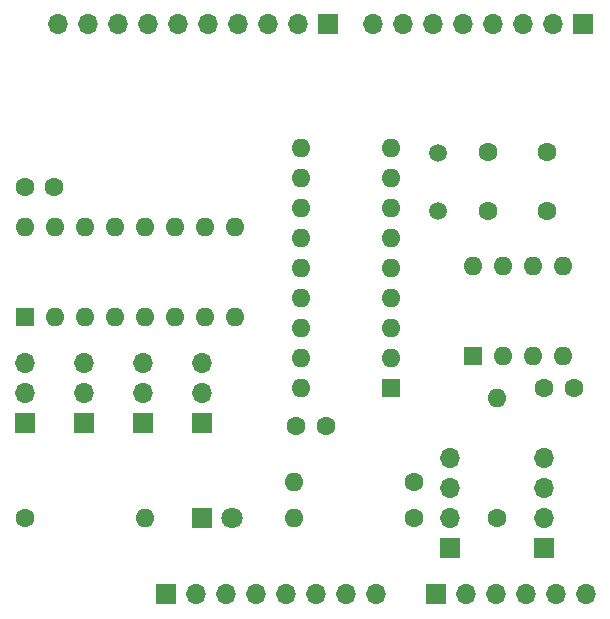
<source format=gbr>
%TF.GenerationSoftware,KiCad,Pcbnew,(5.1.9)-1*%
%TF.CreationDate,2021-10-25T23:02:33-04:00*%
%TF.ProjectId,CAN-Node-Shield,43414e2d-4e6f-4646-952d-536869656c64,rev?*%
%TF.SameCoordinates,Original*%
%TF.FileFunction,Soldermask,Bot*%
%TF.FilePolarity,Negative*%
%FSLAX46Y46*%
G04 Gerber Fmt 4.6, Leading zero omitted, Abs format (unit mm)*
G04 Created by KiCad (PCBNEW (5.1.9)-1) date 2021-10-25 23:02:33*
%MOMM*%
%LPD*%
G01*
G04 APERTURE LIST*
%ADD10C,1.600000*%
%ADD11O,1.600000X1.600000*%
%ADD12R,1.600000X1.600000*%
%ADD13R,1.800000X1.800000*%
%ADD14C,1.800000*%
%ADD15R,1.700000X1.700000*%
%ADD16O,1.700000X1.700000*%
%ADD17C,1.500000*%
G04 APERTURE END LIST*
D10*
%TO.C,R4*%
X158000000Y-90000000D03*
D11*
X158000000Y-79840000D03*
%TD*%
D12*
%TO.C,U1*%
X156000000Y-76250000D03*
D11*
X163620000Y-68630000D03*
X158540000Y-76250000D03*
X161080000Y-68630000D03*
X161080000Y-76250000D03*
X158540000Y-68630000D03*
X163620000Y-76250000D03*
X156000000Y-68630000D03*
%TD*%
D10*
%TO.C,R3*%
X118000000Y-90000000D03*
D11*
X128160000Y-90000000D03*
%TD*%
D10*
%TO.C,R2*%
X151000000Y-90000000D03*
D11*
X140840000Y-90000000D03*
%TD*%
D10*
%TO.C,R1*%
X151000000Y-87000000D03*
D11*
X140840000Y-87000000D03*
%TD*%
D13*
%TO.C,D1*%
X133000000Y-90000000D03*
D14*
X135540000Y-90000000D03*
%TD*%
D10*
%TO.C,C5*%
X141000000Y-82250000D03*
X143500000Y-82250000D03*
%TD*%
%TO.C,C4*%
X118000000Y-62000000D03*
X120500000Y-62000000D03*
%TD*%
%TO.C,C3*%
X162000000Y-79000000D03*
X164500000Y-79000000D03*
%TD*%
%TO.C,C2*%
X162250000Y-59000000D03*
X157250000Y-59000000D03*
%TD*%
%TO.C,C1*%
X162250000Y-64000000D03*
X157250000Y-64000000D03*
%TD*%
D12*
%TO.C,U2*%
X149000000Y-79000000D03*
D11*
X141380000Y-58680000D03*
X149000000Y-76460000D03*
X141380000Y-61220000D03*
X149000000Y-73920000D03*
X141380000Y-63760000D03*
X149000000Y-71380000D03*
X141380000Y-66300000D03*
X149000000Y-68840000D03*
X141380000Y-68840000D03*
X149000000Y-66300000D03*
X141380000Y-71380000D03*
X149000000Y-63760000D03*
X141380000Y-73920000D03*
X149000000Y-61220000D03*
X141380000Y-76460000D03*
X149000000Y-58680000D03*
X141380000Y-79000000D03*
%TD*%
D15*
%TO.C,J6*%
X133000000Y-82000000D03*
D16*
X133000000Y-79460000D03*
X133000000Y-76920000D03*
%TD*%
D12*
%TO.C,U3*%
X118000000Y-73000000D03*
D11*
X135780000Y-65380000D03*
X120540000Y-73000000D03*
X133240000Y-65380000D03*
X123080000Y-73000000D03*
X130700000Y-65380000D03*
X125620000Y-73000000D03*
X128160000Y-65380000D03*
X128160000Y-73000000D03*
X125620000Y-65380000D03*
X130700000Y-73000000D03*
X123080000Y-65380000D03*
X133240000Y-73000000D03*
X120540000Y-65380000D03*
X135780000Y-73000000D03*
X118000000Y-65380000D03*
%TD*%
D17*
%TO.C,Y1*%
X153000000Y-64000000D03*
X153000000Y-59120000D03*
%TD*%
D15*
%TO.C,J10*%
X143656000Y-48200000D03*
D16*
X141116000Y-48200000D03*
X138576000Y-48200000D03*
X136036000Y-48200000D03*
X133496000Y-48200000D03*
X130956000Y-48200000D03*
X128416000Y-48200000D03*
X125876000Y-48200000D03*
X123336000Y-48200000D03*
X120796000Y-48200000D03*
%TD*%
D15*
%TO.C,J9*%
X165300000Y-48200000D03*
D16*
X162760000Y-48200000D03*
X160220000Y-48200000D03*
X157680000Y-48200000D03*
X155140000Y-48200000D03*
X152600000Y-48200000D03*
X150060000Y-48200000D03*
X147520000Y-48200000D03*
%TD*%
D15*
%TO.C,J8*%
X152800000Y-96460000D03*
D16*
X155340000Y-96460000D03*
X157880000Y-96460000D03*
X160420000Y-96460000D03*
X162960000Y-96460000D03*
X165500000Y-96460000D03*
%TD*%
D15*
%TO.C,J7*%
X129940000Y-96460000D03*
D16*
X132480000Y-96460000D03*
X135020000Y-96460000D03*
X137560000Y-96460000D03*
X140100000Y-96460000D03*
X142640000Y-96460000D03*
X145180000Y-96460000D03*
X147720000Y-96460000D03*
%TD*%
D15*
%TO.C,J5*%
X128000000Y-82000000D03*
D16*
X128000000Y-79460000D03*
X128000000Y-76920000D03*
%TD*%
D15*
%TO.C,J4*%
X123000000Y-82000000D03*
D16*
X123000000Y-79460000D03*
X123000000Y-76920000D03*
%TD*%
D15*
%TO.C,J3*%
X118000000Y-82000000D03*
D16*
X118000000Y-79460000D03*
X118000000Y-76920000D03*
%TD*%
D15*
%TO.C,J2*%
X154000000Y-92520000D03*
D16*
X154000000Y-89980000D03*
X154000000Y-87440000D03*
X154000000Y-84900000D03*
%TD*%
D15*
%TO.C,J1*%
X162000000Y-92520000D03*
D16*
X162000000Y-89980000D03*
X162000000Y-87440000D03*
X162000000Y-84900000D03*
%TD*%
M02*

</source>
